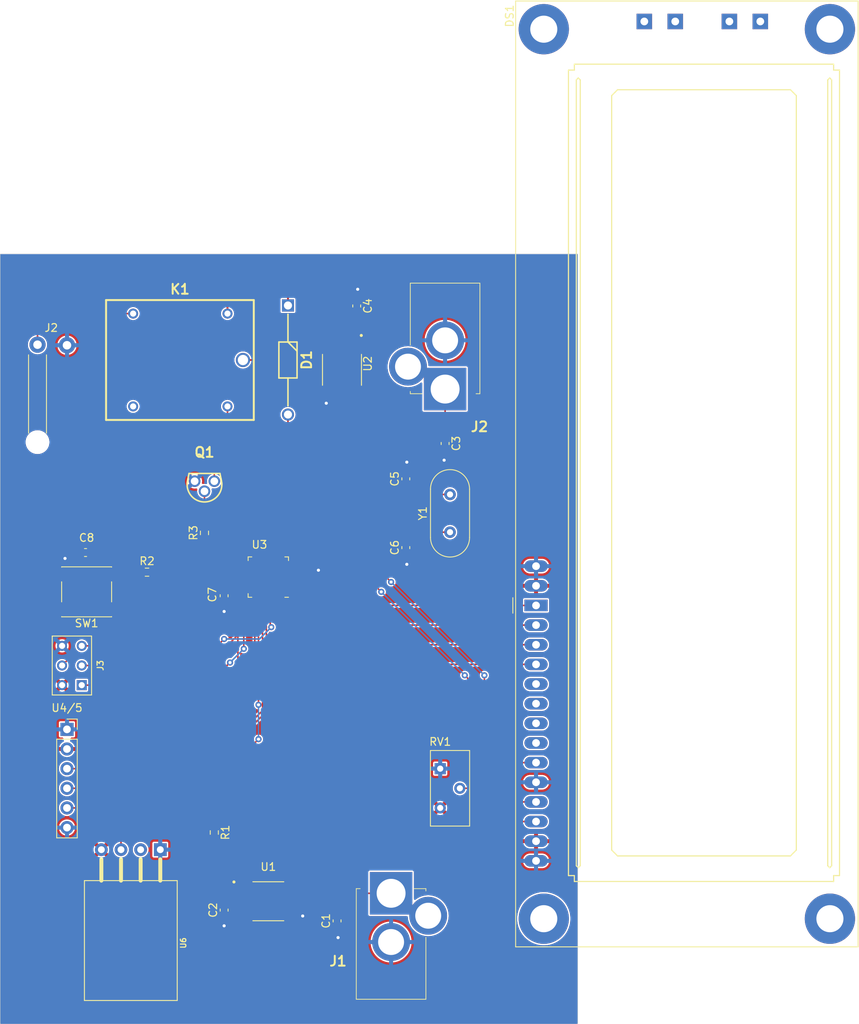
<source format=kicad_pcb>
(kicad_pcb (version 20211014) (generator pcbnew)
  (title_block (title "Auto Plant Feeder") (company "Anastasia Grosch, Ruth Lazare, Demi Muyuela"))
  (layers (0 "F.Cu" signal) (31 "B.Cu" signal) (34 "B.Paste" user) (35 "F.Paste" user) (36 "B.SilkS" user "B.Silkscreen") (37 "F.SilkS" user "F.Silkscreen") (38 "B.Mask" user) (39 "F.Mask" user) (44 "Edge.Cuts" user))
  (net 0 "")
  (net 1 "GND")
  (net 2 "+5V1")
  (footprint "Package_DFN_QFN:QFN-32-1EP_5x5mm_P0.5mm_EP3.1x3.1mm" (layer "F.Cu") (at 147.955 94.615 180)
    (fp_text reference "U3" (at 1.143 4.191) (layer "F.SilkS"))
    (fp_text value "QFN-32-1EP_5x5mm_P0.5mm_EP3.1x3.1mm" hide)
    (fp_line (start 2.61 2.61) (end 2.61 2.135) (layer "F.SilkS") (width 0.12))
    (fp_line (start -2.135 -2.61) (end -2.61 -2.61) (layer "F.SilkS") (width 0.12))
    (fp_line (start -2.135 2.61) (end -2.61 2.61) (layer "F.SilkS") (width 0.12))
    (fp_line (start -2.61 2.61) (end -2.61 2.135) (layer "F.SilkS") (width 0.12))
    (fp_line (start 2.135 -2.61) (end 2.61 -2.61) (layer "F.SilkS") (width 0.12))
    (fp_line (start 2.61 -2.61) (end 2.61 -2.135) (layer "F.SilkS") (width 0.12))
    (fp_line (start 2.135 2.61) (end 2.61 2.61) (layer "F.SilkS") (width 0.12))
    (pad "1" smd roundrect (at -2.4375 -1.75 180) (size 0.875 0.25) (layers "F.Cu" "F.Paste" "F.Mask"))
    (pad "2" smd roundrect (at -2.4375 -1.25 180) (size 0.875 0.25) (layers "F.Cu" "F.Paste" "F.Mask"))
    (pad "3" smd roundrect (at -2.4375 -0.75 180) (size 0.875 0.25) (layers "F.Cu" "F.Paste" "F.Mask"))
    (pad "4" smd roundrect (at -2.4375 -0.25 180) (size 0.875 0.25) (layers "F.Cu" "F.Paste" "F.Mask") (net 2 "+5V1"))
    (pad "5" smd roundrect (at -2.4375 0.25 180) (size 0.875 0.25) (layers "F.Cu" "F.Paste" "F.Mask") (net 1 "GND"))
    (pad "6" smd roundrect (at -2.4375 0.75 180) (size 0.875 0.25) (layers "F.Cu" "F.Paste" "F.Mask"))
    (pad "7" smd roundrect (at -2.4375 1.25 180) (size 0.875 0.25) (layers "F.Cu" "F.Paste" "F.Mask"))
    (pad "8" smd roundrect (at -2.4375 1.75 180) (size 0.875 0.25) (layers "F.Cu" "F.Paste" "F.Mask"))
    (pad "9" smd roundrect (at -1.75 2.4375 180) (size 0.25 0.875) (layers "F.Cu" "F.Paste" "F.Mask"))
    (pad "10" smd roundrect (at -1.25 2.4375 180) (size 0.25 0.875) (layers "F.Cu" "F.Paste" "F.Mask"))
    (pad "11" smd roundrect (at -0.75 2.4375 180) (size 0.25 0.875) (layers "F.Cu" "F.Paste" "F.Mask"))
    (pad "12" smd roundrect (at -0.25 2.4375 180) (size 0.25 0.875) (layers "F.Cu" "F.Paste" "F.Mask"))
    (pad "13" smd roundrect (at 0.25 2.4375 180) (size 0.25 0.875) (layers "F.Cu" "F.Paste" "F.Mask"))
    (pad "14" smd roundrect (at 0.75 2.4375 180) (size 0.25 0.875) (layers "F.Cu" "F.Paste" "F.Mask"))
    (pad "15" smd roundrect (at 1.25 2.4375 180) (size 0.25 0.875) (layers "F.Cu" "F.Paste" "F.Mask"))
    (pad "16" smd roundrect (at 1.75 2.4375 180) (size 0.25 0.875) (layers "F.Cu" "F.Paste" "F.Mask"))
    (pad "17" smd roundrect (at 2.4375 1.75 180) (size 0.875 0.25) (layers "F.Cu" "F.Paste" "F.Mask"))
    (pad "18" smd roundrect (at 2.4375 1.25 180) (size 0.875 0.25) (layers "F.Cu" "F.Paste" "F.Mask") (net 2 "+5V1"))
    (pad "19" smd roundrect (at 2.4375 0.75 180) (size 0.875 0.25) (layers "F.Cu" "F.Paste" "F.Mask"))
    (pad "20" smd roundrect (at 2.4375 0.25 180) (size 0.875 0.25) (layers "F.Cu" "F.Paste" "F.Mask") (net 2 "+5V1"))
    (pad "21" smd roundrect (at 2.4375 -0.25 180) (size 0.875 0.25) (layers "F.Cu" "F.Paste" "F.Mask"))
    (pad "22" smd roundrect (at 2.4375 -0.75 180) (size 0.875 0.25) (layers "F.Cu" "F.Paste" "F.Mask"))
    (pad "23" smd roundrect (at 2.4375 -1.25 180) (size 0.875 0.25) (layers "F.Cu" "F.Paste" "F.Mask"))
    (pad "24" smd roundrect (at 2.4375 -1.75 180) (size 0.875 0.25) (layers "F.Cu" "F.Paste" "F.Mask"))
    (pad "25" smd roundrect (at 1.75 -2.4375 180) (size 0.25 0.875) (layers "F.Cu" "F.Paste" "F.Mask"))
    (pad "26" smd roundrect (at 1.25 -2.4375 180) (size 0.25 0.875) (layers "F.Cu" "F.Paste" "F.Mask"))
    (pad "27" smd roundrect (at 0.75 -2.4375 180) (size 0.25 0.875) (layers "F.Cu" "F.Paste" "F.Mask"))
    (pad "28" smd roundrect (at 0.25 -2.4375 180) (size 0.25 0.875) (layers "F.Cu" "F.Paste" "F.Mask"))
    (pad "29" smd roundrect (at -0.25 -2.4375 180) (size 0.25 0.875) (layers "F.Cu" "F.Paste" "F.Mask"))
    (pad "30" smd roundrect (at -0.75 -2.4375 180) (size 0.25 0.875) (layers "F.Cu" "F.Paste" "F.Mask"))
    (pad "31" smd roundrect (at -1.25 -2.4375 180) (size 0.25 0.875) (layers "F.Cu" "F.Paste" "F.Mask"))
    (pad "32" smd roundrect (at -1.75 -2.4375 180) (size 0.25 0.875) (layers "F.Cu" "F.Paste" "F.Mask"))
    (pad "33" smd rect (at 0 0 180) (size 3.1 3.1) (layers "F.Cu" "F.Mask"))
  )
  (footprint "HSOP-8A:SOIC127P600X175-8N" (layer "F.Cu") (at 157.48 67.818 -90)
    (fp_text reference "U2" (at -0.795 -3.332 90) (layer "F.SilkS"))
    (fp_text value "SOIC127P600X175-8N" hide)
    (fp_line (start -2 2.52) (end 2 2.52) (layer "F.SilkS") (width 0.127))
    (fp_line (start -2 -2.52) (end 2 -2.52) (layer "F.SilkS") (width 0.127))
    (fp_circle (center -4.445 -2.495) (end -4.345 -2.495) (layer "F.SilkS") (width 0.2) (fill none))
    (pad "1" smd roundrect locked (at -2.475 -1.905 270) (size 1.97 0.59) (layers "F.Cu" "F.Paste" "F.Mask") (roundrect_rratio 0.07))
    (pad "2" smd roundrect locked (at -2.475 -0.635 270) (size 1.97 0.59) (layers "F.Cu" "F.Paste" "F.Mask") (roundrect_rratio 0.07))
    (pad "3" smd roundrect locked (at -2.475 0.635 270) (size 1.97 0.59) (layers "F.Cu" "F.Paste" "F.Mask") (roundrect_rratio 0.07))
    (pad "4" smd roundrect locked (at -2.475 1.905 270) (size 1.97 0.59) (layers "F.Cu" "F.Paste" "F.Mask") (roundrect_rratio 0.07))
    (pad "5" smd roundrect locked (at 2.475 1.905 270) (size 1.97 0.59) (layers "F.Cu" "F.Paste" "F.Mask") (roundrect_rratio 0.07) (net 1 "GND"))
    (pad "6" smd roundrect locked (at 2.475 0.635 270) (size 1.97 0.59) (layers "F.Cu" "F.Paste" "F.Mask") (roundrect_rratio 0.07))
    (pad "7" smd roundrect locked (at 2.475 -0.635 270) (size 1.97 0.59) (layers "F.Cu" "F.Paste" "F.Mask") (roundrect_rratio 0.07))
    (pad "8" smd roundrect locked (at 2.475 -1.905 270) (size 1.97 0.59) (layers "F.Cu" "F.Paste" "F.Mask") (roundrect_rratio 0.07))
  )
  (footprint "Display:LCD-016N002L" (layer "F.Cu") (at 182.5725 62.72 90)
    (fp_text reference "DS1" (at 40.65 -3.41 90) (layer "F.SilkS"))
    (fp_text value "LCD-016N002L" hide)
    (fp_line (start 33.655 4.191) (end 33.655 4.953) (layer "F.SilkS") (width 0.15))
    (fp_line (start -79.7 -2.64) (end 42.58 -2.64) (layer "F.SilkS") (width 0.12))
    (fp_line (start -69.215 38.227) (end -69.469 37.973) (layer "F.SilkS") (width 0.15))
    (fp_line (start 34.417 4.953) (end 34.417 38.481) (layer "F.SilkS") (width 0.15))
    (fp_line (start -67.183 33.655) (end 30.353 33.655) (layer "F.SilkS") (width 0.15))
    (fp_line (start 32.385 38.227) (end -69.215 38.227) (layer "F.SilkS") (width 0.15))
    (fp_line (start 30.353 33.655) (end 31.115 32.893) (layer "F.SilkS") (width 0.15))
    (fp_line (start -69.215 37.719) (end 32.385 37.719) (layer "F.SilkS") (width 0.15))
    (fp_line (start -67.183 9.779) (end -67.945 10.541) (layer "F.SilkS") (width 0.15))
    (fp_line (start 32.639 37.973) (end 32.385 38.227) (layer "F.SilkS") (width 0.15))
    (fp_line (start -69.469 37.973) (end -69.215 37.719) (layer "F.SilkS") (width 0.15))
    (fp_line (start 32.385 37.719) (end 32.639 37.973) (layer "F.SilkS") (width 0.15))
    (fp_line (start -79.7 -2.64) (end -79.7 41.64) (layer "F.SilkS") (width 0.12))
    (fp_line (start -71.247 38.481) (end -70.485 38.481) (layer "F.SilkS") (width 0.15))
    (fp_line (start -70.485 4.953) (end -71.247 4.953) (layer "F.SilkS") (width 0.15))
    (fp_line (start 42.58 41.64) (end -79.7 41.64) (layer "F.SilkS") (width 0.12))
    (fp_line (start -67.945 10.541) (end -67.945 32.893) (layer "F.SilkS") (width 0.15))
    (fp_line (start 33.655 39.243) (end 33.655 38.481) (layer "F.SilkS") (width 0.15))
    (fp_line (start -70.485 4.191) (end -70.485 4.953) (layer "F.SilkS") (width 0.15))
    (fp_line (start -70.485 4.191) (end 33.655 4.191) (layer "F.SilkS") (width 0.15))
    (fp_line (start -69.215 5.207) (end 32.385 5.207) (layer "F.SilkS") (width 0.15))
    (fp_line (start 31.115 10.541) (end 30.353 9.779) (layer "F.SilkS") (width 0.15))
    (fp_line (start 32.385 5.207) (end 32.639 5.461) (layer "F.SilkS") (width 0.15))
    (fp_line (start 33.655 39.243) (end -70.485 39.243) (layer "F.SilkS") (width 0.15))
    (fp_line (start 33.655 38.481) (end 34.417 38.481) (layer "F.SilkS") (width 0.15))
    (fp_line (start 42.58 -2.64) (end 42.58 41.64) (layer "F.SilkS") (width 0.12))
    (fp_line (start 30.353 9.779) (end -67.183 9.779) (layer "F.SilkS") (width 0.15))
    (fp_line (start -67.945 32.893) (end -67.183 33.655) (layer "F.SilkS") (width 0.15))
    (fp_line (start -69.215 5.207) (end -69.469 5.461) (layer "F.SilkS") (width 0.15))
    (fp_line (start -71.247 38.481) (end -71.247 4.953) (layer "F.SilkS") (width 0.15))
    (fp_line (start 33.655 4.953) (end 34.417 4.953) (layer "F.SilkS") (width 0.15))
    (fp_line (start 31.115 32.893) (end 31.115 10.541) (layer "F.SilkS") (width 0.15))
    (fp_line (start 32.639 5.461) (end 32.385 5.715) (layer "F.SilkS") (width 0.15))
    (fp_line (start -70.485 38.481) (end -70.485 39.243) (layer "F.SilkS") (width 0.15))
    (fp_line (start 32.385 5.715) (end -69.215 5.715) (layer "F.SilkS") (width 0.15))
    (fp_line (start -69.469 5.461) (end -69.215 5.715) (layer "F.SilkS") (width 0.15))
    (fp_line (start -34.56 -3) (end -36.56 -3) (layer "F.SilkS") (width 0.12))
    (pad "" thru_hole circle (at -76.06 38 270) (size 6.5 6.5) (drill 3.5) (layers *.Cu *.Mask))
    (pad "" thru_hole circle (at 38.94 38 270) (size 6.5 6.5) (drill 3.5) (layers *.Cu *.Mask))
    (pad "" thru_hole circle (at 38.94 1 270) (size 6.5 6.5) (drill 3.5) (layers *.Cu *.Mask))
    (pad "" thru_hole circle (at -76.06 1 270) (size 6.5 6.5) (drill 3.5) (layers *.Cu *.Mask))
    (pad "1" thru_hole rect (at -35.56 0 270) (size 1.5 3) (drill 1) (layers *.Cu *.Mask))
    (pad "2" thru_hole oval (at -38.1 0 270) (size 1.5 3) (drill 1) (layers *.Cu *.Mask))
    (pad "3" thru_hole oval (at -40.64 0 270) (size 1.5 3) (drill 1) (layers *.Cu *.Mask))
    (pad "4" thru_hole oval (at -43.18 0 270) (size 1.5 3) (drill 1) (layers *.Cu *.Mask))
    (pad "5" thru_hole oval (at -45.72 0 270) (size 1.5 3) (drill 1) (layers *.Cu *.Mask))
    (pad "6" thru_hole oval (at -48.26 0 270) (size 1.5 3) (drill 1) (layers *.Cu *.Mask))
    (pad "7" thru_hole oval (at -50.8 0 270) (size 1.5 3) (drill 1) (layers *.Cu *.Mask))
    (pad "8" thru_hole oval (at -53.34 0 270) (size 1.5 3) (drill 1) (layers *.Cu *.Mask))
    (pad "9" thru_hole oval (at -55.88 0 270) (size 1.5 3) (drill 1) (layers *.Cu *.Mask))
    (pad "10" thru_hole oval (at -58.42 0 270) (size 1.5 3) (drill 1) (layers *.Cu *.Mask) (net 1 "GND"))
    (pad "11" thru_hole oval (at -60.96 0 270) (size 1.5 3) (drill 1) (layers *.Cu *.Mask))
    (pad "12" thru_hole oval (at -63.5 0 270) (size 1.5 3) (drill 1) (layers *.Cu *.Mask))
    (pad "13" thru_hole oval (at -66.04 0 270) (size 1.5 3) (drill 1) (layers *.Cu *.Mask) (net 2 "+5V1"))
    (pad "14" thru_hole oval (at -68.58 0 270) (size 1.5 3) (drill 1) (layers *.Cu *.Mask) (net 1 "GND"))
    (pad "15" thru_hole oval (at -33.02 0 270) (size 1.5 3) (drill 1) (layers *.Cu *.Mask) (net 2 "+5V1"))
    (pad "16" thru_hole oval (at -30.48 0 270) (size 1.5 3) (drill 1) (layers *.Cu *.Mask) (net 1 "GND"))
    (pad "A1" thru_hole rect (at 39.94 14 270) (size 2 2) (drill 1) (layers *.Cu *.Mask))
    (pad "A2" thru_hole rect (at 39.94 25 270) (size 2 2) (drill 1) (layers *.Cu *.Mask))
    (pad "K1" thru_hole rect (at 39.94 18 270) (size 2 2) (drill 1) (layers *.Cu *.Mask))
    (pad "K2" thru_hole rect (at 39.94 29 270) (size 2 2) (drill 1) (layers *.Cu *.Mask))
  )
  (footprint "DCJ250-10-A-K1-K:DCJ25010AK1K" (layer "F.Cu") (at 163.83 135.495)
    (fp_text reference "J1" (at -6.858 8.777) (layer "F.SilkS") (effects (font (size 1.27 1.27) (thickness 0.254))))
    (fp_text value "DCJ25010AK1K" hide)
    (fp_line (start 3 -0.6) (end 4.5 -0.6) (layer "F.SilkS") (width 0.1))
    (fp_line (start 4.5 -0.6) (end 4.5 -0.3) (layer "F.SilkS") (width 0.1))
    (fp_line (start -4 -0.6) (end -4.5 -0.6) (layer "F.SilkS") (width 0.1))
    (fp_line (start -4.5 -0.6) (end -4.5 13.7) (layer "F.SilkS") (width 0.1))
    (fp_line (start -4.5 13.7) (end 4.5 13.7) (layer "F.SilkS") (width 0.1))
    (fp_line (start 4.5 13.7) (end 4.5 5.7) (layer "F.SilkS") (width 0.1))
    (pad "1" thru_hole rect locked (at 0 0) (size 5.5 5.5) (drill 3.7363) (layers *.Cu *.Mask))
    (pad "2" thru_hole oval locked (at 0 6.3) (size 4.9 4.9) (drill 3.3526) (layers *.Cu *.Mask) (net 1 "GND"))
    (pad "3" thru_hole circle locked (at 4.8 2.9) (size 4.9 4.9) (drill 3.3526) (layers *.Cu *.Mask))
  )
  (footprint "AVR-ISP:AVR-ISP" (layer "F.Cu") (at 122.555 106.045 90)
    (fp_text reference "J3" (at 0 3.683 90) (layer "F.SilkS") (effects (font (size 0.787402 0.787402))))
    (fp_text value "AVR-ISP" hide)
    (fp_line (start 3.81 2.54) (end -3.81 2.54) (layer "F.SilkS") (width 0.127))
    (fp_line (start -3.81 -2.54) (end 3.81 -2.54) (layer "F.SilkS") (width 0.127))
    (fp_line (start -3.81 2.54) (end -3.81 -2.54) (layer "F.SilkS") (width 0.127))
    (fp_line (start 3.81 -2.54) (end 3.81 2.54) (layer "F.SilkS") (width 0.127))
    (pad "GND" thru_hole circle locked (at 2.54 -1.27 90) (size 1.308 1.308) (drill 0.8) (layers *.Cu *.Mask) (net 1 "GND"))
    (pad "MISO" thru_hole rect locked (at -2.54 1.27 90) (size 1.308 1.308) (drill 0.8) (layers *.Cu *.Mask))
    (pad "MOSI" thru_hole circle locked (at 0 -1.27 90) (size 1.308 1.308) (drill 0.8) (layers *.Cu *.Mask))
    (pad "RST" thru_hole circle locked (at 2.54 1.27 90) (size 1.308 1.308) (drill 0.8) (layers *.Cu *.Mask))
    (pad "SCK" thru_hole circle locked (at 0 1.27 90) (size 1.308 1.308) (drill 0.8) (layers *.Cu *.Mask))
    (pad "VCC" thru_hole circle locked (at -2.54 -1.27 90) (size 1.308 1.308) (drill 0.8) (layers *.Cu *.Mask) (net 2 "+5V1"))
  )
  (footprint "Capacitor_SMD:C_0603_1608Metric" (layer "F.Cu") (at 124.32 91.44)
    (fp_text reference "C8" (at 0.14 -1.905) (layer "F.SilkS"))
    (fp_text value "C_0603_1608Metric" hide)
    (fp_line (start -0.14058 0.51) (end 0.14058 0.51) (layer "F.SilkS") (width 0.12))
    (fp_line (start -0.14058 -0.51) (end 0.14058 -0.51) (layer "F.SilkS") (width 0.12))
    (pad "1" smd roundrect (at -0.775 0) (size 0.9 0.95) (layers "F.Cu" "F.Paste" "F.Mask") (net 1 "GND"))
    (pad "2" smd roundrect (at 0.775 0) (size 0.9 0.95) (layers "F.Cu" "F.Paste" "F.Mask"))
  )
  (footprint "SRD-05VDC-SL-C:SRD" (layer "F.Cu") (at 144.675 66.548 180)
    (fp_text reference "K1" (at 8.15 9.144) (layer "F.SilkS") (effects (font (size 1.27 1.27) (thickness 0.254))))
    (fp_text value "SRD" hide)
    (fp_line (start 17.7 -7.75) (end 17.7 7.75) (layer "F.SilkS") (width 0.254))
    (fp_line (start -1.4 7.75) (end -1.4 -7.75) (layer "F.SilkS") (width 0.254))
    (fp_line (start -1.4 -7.75) (end 17.7 -7.75) (layer "F.SilkS") (width 0.254))
    (fp_line (start 17.7 7.75) (end -1.4 7.75) (layer "F.SilkS") (width 0.254))
    (pad "1" thru_hole circle locked (at 0 0 180) (size 1.84 1.84) (drill 1.34) (layers *.Cu *.Mask))
    (pad "2" thru_hole circle locked (at 2 -6 180) (size 1.3 1.3) (drill 0.8) (layers *.Cu *.Mask))
    (pad "3" thru_hole circle locked (at 2 6 180) (size 1.3 1.3) (drill 0.8) (layers *.Cu *.Mask))
    (pad "4" thru_hole circle locked (at 14.2 -6 180) (size 1.3 1.3) (drill 0.8) (layers *.Cu *.Mask))
    (pad "5" thru_hole circle locked (at 14.2 6 180) (size 1.3 1.3) (drill 0.8) (layers *.Cu *.Mask))
  )
  (footprint "Capacitor_SMD:C_0603_1608Metric" (layer "F.Cu") (at 142.24 137.668 90)
    (fp_text reference "C2" (at 0 -1.43 90) (layer "F.SilkS"))
    (fp_text value "C_0603_1608Metric" hide)
    (fp_line (start -0.14058 -0.51) (end 0.14058 -0.51) (layer "F.SilkS") (width 0.12))
    (fp_line (start -0.14058 0.51) (end 0.14058 0.51) (layer "F.SilkS") (width 0.12))
    (pad "1" smd roundrect (at -0.775 0 90) (size 0.9 0.95) (layers "F.Cu" "F.Paste" "F.Mask") (net 1 "GND"))
    (pad "2" smd roundrect (at 0.775 0 90) (size 0.9 0.95) (layers "F.Cu" "F.Paste" "F.Mask") (net 2 "+5V1"))
  )
  (footprint "2N3904BU:LM431ACZ" (layer "F.Cu") (at 140.97 82.216 180)
    (fp_text reference "Q1" (at 1.27 3.73) (layer "F.SilkS") (effects (font (size 1.27 1.27) (thickness 0.254))))
    (fp_text value "LM431ACZ" hide)
    (fp_line (start -0.93 0) (end -0.93 0) (layer "F.SilkS") (width 0.2))
    (fp_line (start -0.73 1) (end -0.93 0) (layer "F.SilkS") (width 0.2))
    (fp_line (start 3.47 0) (end 3.27 1) (layer "F.SilkS") (width 0.2))
    (fp_line (start 3.27 1) (end -0.73 1) (layer "F.SilkS") (width 0.2))
    (fp_arc (start -0.93 0) (mid 1.269611 -2.683569) (end 3.470152 -0.000763) (layer "F.SilkS") (width 0.2))
    (pad "1" thru_hole circle locked (at 0 0 180) (size 1.5 1.5) (drill 1) (layers *.Cu *.Mask))
    (pad "2" thru_hole circle locked (at 1.27 -1.3 180) (size 1.5 1.5) (drill 1) (layers *.Cu *.Mask))
    (pad "3" thru_hole circle locked (at 2.54 0 180) (size 1.5 1.5) (drill 1) (layers *.Cu *.Mask) (net 1 "GND"))
  )
  (footprint "Capacitor_SMD:C_0603_1608Metric" (layer "F.Cu") (at 170.815 77.343 -90)
    (fp_text reference "C3" (at 0 -1.43 90) (layer "F.SilkS"))
    (fp_text value "C_0603_1608Metric" hide)
    (fp_line (start -0.14058 0.51) (end 0.14058 0.51) (layer "F.SilkS") (width 0.12))
    (fp_line (start -0.14058 -0.51) (end 0.14058 -0.51) (layer "F.SilkS") (width 0.12))
    (pad "1" smd roundrect (at -0.775 0 270) (size 0.9 0.95) (layers "F.Cu" "F.Paste" "F.Mask"))
    (pad "2" smd roundrect (at 0.775 0 270) (size 0.9 0.95) (layers "F.Cu" "F.Paste" "F.Mask") (net 1 "GND"))
  )
  (footprint "Crystal:Crystal_HC49-U_Vertical" (layer "F.Cu") (at 171.45 88.81 90)
    (fp_text reference "Y1" (at 2.44 -3.525 90) (layer "F.SilkS"))
    (fp_text value "Crystal_HC49-U_Vertical" hide)
    (fp_line (start -0.685 -2.525) (end 5.565 -2.525) (layer "F.SilkS") (width 0.12))
    (fp_line (start -0.685 2.525) (end 5.565 2.525) (layer "F.SilkS") (width 0.12))
    (fp_arc (start -0.685 2.525) (mid -3.21 0) (end -0.685 -2.525) (layer "F.SilkS") (width 0.12))
    (fp_arc (start 5.565 -2.525) (mid 8.09 0) (end 5.565 2.525) (layer "F.SilkS") (width 0.12))
    (pad "1" thru_hole circle (at 0 0 90) (size 1.5 1.5) (drill 0.8) (layers *.Cu *.Mask))
    (pad "2" thru_hole circle (at 4.88 0 90) (size 1.5 1.5) (drill 0.8) (layers *.Cu *.Mask))
  )
  (footprint "Connector_PinSocket_2.54mm:PinSocket_1x06_P2.54mm_Vertical" (layer "F.Cu") (at 121.92 114.3)
    (fp_text reference "U4/5" (at 0 -2.77) (layer "F.SilkS"))
    (fp_text value "PinSocket_1x06_P2.54mm_Vertical" hide)
    (fp_line (start -1.33 1.27) (end -1.33 14.03) (layer "F.SilkS") (width 0.12))
    (fp_line (start 1.33 -1.33) (end 1.33 0) (layer "F.SilkS") (width 0.12))
    (fp_line (start -1.33 1.27) (end 1.33 1.27) (layer "F.SilkS") (width 0.12))
    (fp_line (start 0 -1.33) (end 1.33 -1.33) (layer "F.SilkS") (width 0.12))
    (fp_line (start -1.33 14.03) (end 1.33 14.03) (layer "F.SilkS") (width 0.12))
    (fp_line (start 1.33 1.27) (end 1.33 14.03) (layer "F.SilkS") (width 0.12))
    (pad "1" thru_hole rect (at 0 0) (size 1.7 1.7) (drill 1) (layers *.Cu *.Mask) (net 1 "GND"))
    (pad "2" thru_hole oval (at 0 2.54) (size 1.7 1.7) (drill 1) (layers *.Cu *.Mask) (net 2 "+5V1"))
    (pad "3" thru_hole oval (at 0 5.08) (size 1.7 1.7) (drill 1) (layers *.Cu *.Mask))
    (pad "4" thru_hole oval (at 0 7.62) (size 1.7 1.7) (drill 1) (layers *.Cu *.Mask))
    (pad "5" thru_hole oval (at 0 10.16) (size 1.7 1.7) (drill 1) (layers *.Cu *.Mask))
    (pad "6" thru_hole oval (at 0 12.7) (size 1.7 1.7) (drill 1) (layers *.Cu *.Mask) (net 1 "GND"))
  )
  (footprint "Resistor_SMD:R_0603_1608Metric" (layer "F.Cu") (at 139.7 88.9 90)
    (fp_text reference "R3" (at 0 -1.43 90) (layer "F.SilkS"))
    (fp_text value "R_0603_1608Metric" hide)
    (fp_line (start -0.237258 0.5225) (end 0.237258 0.5225) (layer "F.SilkS") (width 0.12))
    (fp_line (start -0.237258 -0.5225) (end 0.237258 -0.5225) (layer "F.SilkS") (width 0.12))
    (pad "1" smd roundrect (at -0.825 0 90) (size 0.8 0.95) (layers "F.Cu" "F.Paste" "F.Mask"))
    (pad "2" smd roundrect (at 0.825 0 90) (size 0.8 0.95) (layers "F.Cu" "F.Paste" "F.Mask"))
  )
  (footprint "Resistor_SMD:R_0603_1608Metric" (layer "F.Cu") (at 132.27 93.98)
    (fp_text reference "R2" (at 0 -1.43) (layer "F.SilkS"))
    (fp_text value "R_0603_1608Metric" hide)
    (fp_line (start -0.237258 0.5225) (end 0.237258 0.5225) (layer "F.SilkS") (width 0.12))
    (fp_line (start -0.237258 -0.5225) (end 0.237258 -0.5225) (layer "F.SilkS") (width 0.12))
    (pad "1" smd roundrect (at -0.825 0) (size 0.8 0.95) (layers "F.Cu" "F.Paste" "F.Mask"))
    (pad "2" smd roundrect (at 0.825 0) (size 0.8 0.95) (layers "F.Cu" "F.Paste" "F.Mask"))
  )
  (footprint "Capacitor_SMD:C_0603_1608Metric" (layer "F.Cu") (at 165.735 90.805 90)
    (fp_text reference "C6" (at 0 -1.43 90) (layer "F.SilkS"))
    (fp_text value "C_0603_1608Metric" hide)
    (fp_line (start -0.14058 0.51) (end 0.14058 0.51) (layer "F.SilkS") (width 0.12))
    (fp_line (start -0.14058 -0.51) (end 0.14058 -0.51) (layer "F.SilkS") (width 0.12))
    (pad "1" smd roundrect (at -0.775 0 90) (size 0.9 0.95) (layers "F.Cu" "F.Paste" "F.Mask") (net 1 "GND"))
    (pad "2" smd roundrect (at 0.775 0 90) (size 0.9 0.95) (layers "F.Cu" "F.Paste" "F.Mask"))
  )
  (footprint "1N4007:DIOAD1405W86L465D235" (layer "F.Cu") (at 150.495 59.4985 -90)
    (fp_text reference "D1" (at 7.0495 -2.413 90) (layer "F.SilkS") (effects (font (size 1.27 1.27) (thickness 0.254))))
    (fp_text value "DIOAD1405W86L465D235" hide)
    (fp_line (start 9.375 1.175) (end 4.725 1.175) (layer "F.SilkS") (width 0.2))
    (fp_line (start 4.725 1.175) (end 4.725 -1.175) (layer "F.SilkS") (width 0.2))
    (fp_line (start 4.725 0) (end 5.9 -1.175) (layer "F.SilkS") (width 0.2))
    (fp_line (start 4.725 -1.175) (end 9.375 -1.175) (layer "F.SilkS") (width 0.2))
    (fp_line (start 9.375 -1.175) (end 9.375 1.175) (layer "F.SilkS") (width 0.2))
    (fp_line (start 9.375 0) (end 12.962 0) (layer "F.SilkS") (width 0.2))
    (fp_line (start 1.138 0) (end 4.725 0) (layer "F.SilkS") (width 0.2))
    (pad "1" thru_hole rect locked (at 0 0 270) (size 1.575 1.575) (drill 1.05) (layers *.Cu *.Mask))
    (pad "2" thru_hole circle locked (at 14.1 0 270) (size 1.575 1.575) (drill 1.05) (layers *.Cu *.Mask))
  )
  (footprint "Capacitor_SMD:C_0603_1608Metric" (layer "F.Cu") (at 165.735 81.915 90)
    (fp_text reference "C5" (at 0 -1.43 90) (layer "F.SilkS"))
    (fp_text value "C_0603_1608Metric" hide)
    (fp_line (start -0.14058 0.51) (end 0.14058 0.51) (layer "F.SilkS") (width 0.12))
    (fp_line (start -0.14058 -0.51) (end 0.14058 -0.51) (layer "F.SilkS") (width 0.12))
    (pad "1" smd roundrect (at -0.775 0 90) (size 0.9 0.95) (layers "F.Cu" "F.Paste" "F.Mask"))
    (pad "2" smd roundrect (at 0.775 0 90) (size 0.9 0.95) (layers "F.Cu" "F.Paste" "F.Mask") (net 1 "GND"))
  )
  (footprint "Connector_Wire:SolderWire-0.5sqmm_1x01_D0.9mm_OD2.1mm" (layer "F.Cu") (at 121.92 64.643)
    (fp_text reference "J2" (at -2.032 -2.25) (layer "F.SilkS"))
    (fp_text value "SolderWire-0.5sqmm_1x01_D0.9mm_OD2.1mm" hide)
    (pad "1" thru_hole oval (at 0 0) (size 2.1 2.1) (drill 1.1) (layers *.Cu *.Mask) (net 1 "GND"))
  )
  (footprint "Capacitor_SMD:C_0603_1608Metric" (layer "F.Cu") (at 156.845 139.065 90)
    (fp_text reference "C1" (at 0 -1.43 90) (layer "F.SilkS"))
    (fp_text value "C_0603_1608Metric" hide)
    (fp_line (start -0.14058 -0.51) (end 0.14058 -0.51) (layer "F.SilkS") (width 0.12))
    (fp_line (start -0.14058 0.51) (end 0.14058 0.51) (layer "F.SilkS") (width 0.12))
    (pad "1" smd roundrect (at -0.775 0 90) (size 0.9 0.95) (layers "F.Cu" "F.Paste" "F.Mask") (net 1 "GND"))
    (pad "2" smd roundrect (at 0.775 0 90) (size 0.9 0.95) (layers "F.Cu" "F.Paste" "F.Mask"))
  )
  (footprint "Connector_Wire:SolderWire-0.5sqmm_1x01_D0.9mm_OD2.1mm_Relief" (layer "F.Cu") (at 118.11 64.568)
    (fp_text reference "J2" hide)
    (fp_text value "SolderWire-0.5sqmm_1x01_D0.9mm_OD2.1mm_Relief" hide)
    (fp_line (start 1.16 1.31) (end 1.16 11.44) (layer "F.SilkS") (width 0.12))
    (fp_line (start -1.16 1.31) (end -1.16 11.44) (layer "F.SilkS") (width 0.12))
    (pad "" np_thru_hole circle (at 0 12.6) (size 2.6 2.6) (drill 2.6) (layers *.Cu *.Mask))
    (pad "1" thru_hole circle (at 0 0) (size 2.1 2.1) (drill 1.1) (layers *.Cu *.Mask))
  )
  (footprint "DCJ250-10-A-K1-K:DCJ25010AK1K" (layer "F.Cu") (at 170.815 70.308 180)
    (fp_text reference "J2" (at -4.445 -4.876) (layer "F.SilkS") (effects (font (size 1.27 1.27) (thickness 0.254))))
    (fp_text value "DCJ25010AK1K" hide)
    (fp_line (start -4 -0.6) (end -4.5 -0.6) (layer "F.SilkS") (width 0.1))
    (fp_line (start 4.5 -0.6) (end 4.5 -0.3) (layer "F.SilkS") (width 0.1))
    (fp_line (start 4.5 13.7) (end 4.5 5.7) (layer "F.SilkS") (width 0.1))
    (fp_line (start -4.5 13.7) (end 4.5 13.7) (layer "F.SilkS") (width 0.1))
    (fp_line (start 3 -0.6) (end 4.5 -0.6) (layer "F.SilkS") (width 0.1))
    (fp_line (start -4.5 -0.6) (end -4.5 13.7) (layer "F.SilkS") (width 0.1))
    (pad "1" thru_hole rect locked (at 0 0 180) (size 5.5 5.5) (drill 3.7363) (layers *.Cu *.Mask))
    (pad "2" thru_hole oval locked (at 0 6.3 180) (size 4.9 4.9) (drill 3.3526) (layers *.Cu *.Mask) (net 1 "GND"))
    (pad "3" thru_hole circle locked (at 4.8 2.9 180) (size 4.9 4.9) (drill 3.3526) (layers *.Cu *.Mask))
  )
  (footprint "Button_Switch_SMD:SW_Push_1P1T_NO_6x6mm_H9.5mm" (layer "F.Cu") (at 124.46 96.52)
    (fp_text reference "SW1" (at 0 4.064) (layer "F.SilkS"))
    (fp_text value "SW_Push_1P1T_NO_6x6mm_H9.5mm" hide)
    (fp_line (start 3.23 -1.3) (end 3.23 1.3) (layer "F.SilkS") (width 0.12))
    (fp_line (start -3.23 -3.23) (end 3.23 -3.23) (layer "F.SilkS") (width 0.12))
    (fp_line (start -3.23 3.23) (end -3.23 3.2) (layer "F.SilkS") (width 0.12))
    (fp_line (start 3.23 -3.23) (end 3.23 -3.2) (layer "F.SilkS") (width 0.12))
    (fp_line (start -3.23 3.23) (end 3.23 3.23) (layer "F.SilkS") (width 0.12))
    (fp_line (start -3.23 -1.3) (end -3.23 1.3) (layer "F.SilkS") (width 0.12))
    (fp_line (start 3.23 3.23) (end 3.23 3.2) (layer "F.SilkS") (width 0.12))
    (fp_line (start -3.23 -3.2) (end -3.23 -3.23) (layer "F.SilkS") (width 0.12))
    (pad "1" smd rect (at 3.975 -2.25) (size 1.55 1.3) (layers "F.Cu" "F.Paste" "F.Mask"))
    (pad "1" smd rect (at -3.975 -2.25) (size 1.55 1.3) (layers "F.Cu" "F.Paste" "F.Mask") (net 1 "GND"))
    (pad "2" smd rect (at 3.975 2.25) (size 1.55 1.3) (layers "F.Cu" "F.Paste" "F.Mask"))
    (pad "2" smd rect (at -3.975 2.25) (size 1.55 1.3) (layers "F.Cu" "F.Paste" "F.Mask") (net 2 "+5V1"))
  )
  (footprint "Potentiometer_THT:Potentiometer_Bourns_3386X_Horizontal" (layer "F.Cu") (at 170.18 119.38)
    (fp_text reference "RV1" (at 0 -3.475) (layer "F.SilkS"))
    (fp_text value "Potentiometer_Bourns_3386X_Horizontal" hide)
    (fp_line (start -1.265 7.425) (end 3.805 7.425) (layer "F.SilkS") (width 0.12))
    (fp_line (start -1.265 -2.345) (end -1.265 7.425) (layer "F.SilkS") (width 0.12))
    (fp_line (start -1.265 -2.345) (end 3.805 -2.345) (layer "F.SilkS") (width 0.12))
    (fp_line (start 3.805 -2.345) (end 3.805 7.425) (layer "F.SilkS") (width 0.12))
    (pad "1" thru_hole rect (at 0 0) (size 1.44 1.44) (drill 0.8) (layers *.Cu *.Mask) (net 1 "GND"))
    (pad "2" thru_hole circle (at 2.54 2.54) (size 1.44 1.44) (drill 0.8) (layers *.Cu *.Mask))
    (pad "3" thru_hole circle (at 0 5.08) (size 1.44 1.44) (drill 0.8) (layers *.Cu *.Mask) (net 2 "+5V1"))
  )
  (footprint "Capacitor_SMD:C_0603_1608Metric" (layer "F.Cu") (at 159.385 59.563 -90)
    (fp_text reference "C4" (at 0 -1.43 90) (layer "F.SilkS"))
    (fp_text value "C_0603_1608Metric" hide)
    (fp_line (start -0.14058 -0.51) (end 0.14058 -0.51) (layer "F.SilkS") (width 0.12))
    (fp_line (start -0.14058 0.51) (end 0.14058 0.51) (layer "F.SilkS") (width 0.12))
    (pad "1" smd roundrect (at -0.775 0 270) (size 0.9 0.95) (layers "F.Cu" "F.Paste" "F.Mask") (net 1 "GND"))
    (pad "2" smd roundrect (at 0.775 0 270) (size 0.9 0.95) (layers "F.Cu" "F.Paste" "F.Mask"))
  )
  (footprint "Resistor_SMD:R_0603_1608Metric" (layer "F.Cu") (at 140.97 127.635 -90)
    (fp_text reference "R1" (at 0 -1.43 90) (layer "F.SilkS"))
    (fp_text value "R_0603_1608Metric" hide)
    (fp_line (start -0.237258 -0.5225) (end 0.237258 -0.5225) (layer "F.SilkS") (width 0.12))
    (fp_line (start -0.237258 0.5225) (end 0.237258 0.5225) (layer "F.SilkS") (width 0.12))
    (pad "1" smd roundrect (at -0.825 0 270) (size 0.8 0.95) (layers "F.Cu" "F.Paste" "F.Mask"))
    (pad "2" smd roundrect (at 0.825 0 270) (size 0.8 0.95) (layers "F.Cu" "F.Paste" "F.Mask") (net 2 "+5V1"))
  )
  (footprint "Capacitor_SMD:C_0603_1608Metric" (layer "F.Cu") (at 142.24 97.028 -90)
    (fp_text reference "C7" (at -0.14058 1.524 90) (layer "F.SilkS"))
    (fp_text value "C_0603_1608Metric" hide)
    (fp_line (start -0.14058 0.51) (end 0.14058 0.51) (layer "F.SilkS") (width 0.12))
    (fp_line (start -0.14058 -0.51) (end 0.14058 -0.51) (layer "F.SilkS") (width 0.12))
    (pad "1" smd roundrect (at -0.775 0 270) (size 0.9 0.95) (layers "F.Cu" "F.Paste" "F.Mask") (net 2 "+5V1"))
    (pad "2" smd roundrect (at 0.775 0 270) (size 0.9 0.95) (layers "F.Cu" "F.Paste" "F.Mask") (net 1 "GND"))
  )
  (footprint "HSOP-8A:SOIC127P600X175-8N" (layer "F.Cu") (at 147.955 136.525)
    (fp_text reference "U1" (at 0 -4.445) (layer "F.SilkS"))
    (fp_text value "SOIC127P600X175-8N" hide)
    (fp_line (start -2 -2.52) (end 2 -2.52) (layer "F.SilkS") (width 0.127))
    (fp_line (start -2 2.52) (end 2 2.52) (layer "F.SilkS") (width 0.127))
    (fp_circle (center -4.445 -2.495) (end -4.345 -2.495) (layer "F.SilkS") (width 0.2) (fill none))
    (pad "1" smd roundrect locked (at -2.475 -1.905) (size 1.97 0.59) (layers "F.Cu" "F.Paste" "F.Mask") (roundrect_rratio 0.07) (net 2 "+5V1"))
    (pad "2" smd roundrect locked (at -2.475 -0.635) (size 1.97 0.59) (layers "F.Cu" "F.Paste" "F.Mask") (roundrect_rratio 0.07))
    (pad "3" smd roundrect locked (at -2.475 0.635) (size 1.97 0.59) (layers "F.Cu" "F.Paste" "F.Mask") (roundrect_rratio 0.07))
    (pad "4" smd roundrect locked (at -2.475 1.905) (size 1.97 0.59) (layers "F.Cu" "F.Paste" "F.Mask") (roundrect_rratio 0.07))
    (pad "5" smd roundrect locked (at 2.475 1.905) (size 1.97 0.59) (layers "F.Cu" "F.Paste" "F.Mask") (roundrect_rratio 0.07) (net 1 "GND"))
    (pad "6" smd roundrect locked (at 2.475 0.635) (size 1.97 0.59) (layers "F.Cu" "F.Paste" "F.Mask") (roundrect_rratio 0.07))
    (pad "7" smd roundrect locked (at 2.475 -0.635) (size 1.97 0.59) (layers "F.Cu" "F.Paste" "F.Mask") (roundrect_rratio 0.07))
    (pad "8" smd roundrect locked (at 2.475 -1.905) (size 1.97 0.59) (layers "F.Cu" "F.Paste" "F.Mask") (roundrect_rratio 0.07))
  )
  (footprint "TEM-HUM-DHT11_4P-15.5X12:SNR4-2.54-15.5X12.0X5.5MM" (layer "F.Cu") (at 130.175 141.605 -90)
    (fp_text reference "U6" (at 0.3175 -6.7945 -270) (layer "F.SilkS") (effects (font (size 0.7 0.7))))
    (fp_text value "SNR4-2.54-15.5X12.0X5.5MM" hide)
    (fp_line (start -7.75 -6) (end 7.75 -6) (layer "F.SilkS") (width 0.127))
    (fp_line (start 7.75 6) (end -7.75 6) (layer "F.SilkS") (width 0.127))
    (fp_line (start 7.75 -6) (end 7.75 6) (layer "F.SilkS") (width 0.127))
    (fp_line (start -10.5 3.81) (end -7.747 3.81) (layer "F.SilkS") (width 0.508))
    (fp_line (start -7.75 6) (end -7.75 -6) (layer "F.SilkS") (width 0.127))
    (fp_line (start -10.5 -3.81) (end -7.747 -3.81) (layer "F.SilkS") (width 0.508))
    (fp_line (start -10.5 1.27) (end -7.747 1.27) (layer "F.SilkS") (width 0.508))
    (fp_line (start -10.5 -1.27) (end -7.747 -1.27) (layer "F.SilkS") (width 0.508))
    (pad "1" thru_hole rect locked (at -11.75 -3.81 270) (size 1.651 1.651) (drill 0.889) (layers *.Cu *.Mask) (net 1 "GND"))
    (pad "2" thru_hole circle locked (at -11.75 -1.27 270) (size 1.651 1.651) (drill 0.889) (layers *.Cu *.Mask))
    (pad "3" thru_hole circle locked (at -11.75 1.27 270) (size 1.651 1.651) (drill 0.889) (layers *.Cu *.Mask))
    (pad "4" thru_hole circle locked (at -11.75 3.81 270) (size 1.651 1.651) (drill 0.889) (layers *.Cu *.Mask) (net 2 "+5V1"))
  )
  (gr_line (start 187.96 152.4) (end 113.284 152.4) (layer "Edge.Cuts") (width 0.05))
  (gr_line (start 113.284 52.832) (end 113.792 52.832) (layer "Edge.Cuts") (width 0.05))
  (gr_line (start 113.284 152.4) (end 113.284 52.832) (layer "Edge.Cuts") (width 0.05))
  (gr_line (start 187.96 52.832) (end 187.96 152.4) (layer "Edge.Cuts") (width 0.05))
  (gr_line (start 113.792 52.832) (end 187.96 52.832) (layer "Edge.Cuts") (width 0.05))
  (segment (start 148.705 90.055) (end 148.705 92.1775) (width 0.2) (layer "F.Cu") (net 0))
  (segment (start 137.16 121.92) (end 121.92 121.92) (width 0.2) (layer "F.Cu") (net 0))
  (segment (start 154.94 72.898) (end 154.178 72.136) (width 0.2) (layer "F.Cu") (net 0))
  (segment (start 149.425 76.508) (end 142.675 76.508) (width 0.2) (layer "F.Cu") (net 0))
  (segment (start 150.585 88.81) (end 149.205 90.19) (width 0.2) (layer "F.Cu") (net 0))
  (segment (start 151.62 100.82) (end 182.5725 100.82) (width 0.2) (layer "F.Cu") (net 0))
  (segment (start 145.189 96.365) (end 144.78 96.774) (width 0.2) (layer "F.Cu") (net 0))
  (segment (start 179.56 126.22) (end 182.5725 126.22) (width 0.2) (layer "F.Cu") (net 0))
  (segment (start 147.705 112.01) (end 135.255 124.46) (width 0.2) (layer "F.Cu") (net 0))
  (segment (start 131.445 93.98) (end 131.155 94.27) (width 0.2) (layer "F.Cu") (net 0))
  (segment (start 150.3925 93.865) (end 152.007 93.865) (width 0.2) (layer "F.Cu") (net 0))
  (segment (start 141.351 103.505) (end 123.825 103.505) (width 0.2) (layer "F.Cu") (net 0))
  (segment (start 161.405 95.365) (end 162.56 96.52) (width 0.2) (layer "F.Cu") (net 0))
  (segment (start 148.705 99.175) (end 155.43 105.9) (width 0.2) (layer "F.Cu") (net 0))
  (segment (start 128.905 127) (end 129.54 126.365) (width 0.2) (layer "F.Cu") (net 0))
  (segment (start 133.095 93.98) (end 133.21 93.865) (width 0.2) (layer "F.Cu") (net 0))
  (segment (start 175.26 121.285) (end 177.655 123.68) (width 0.2) (layer "F.Cu") (net 0))
  (segment (start 159.385 72.898) (end 159.385 73.533) (width 0.25) (layer "F.Cu") (net 0))
  (segment (start 163.83 135.495) (end 157.085 135.495) (width 0.2) (layer "F.Cu") (net 0))
  (segment (start 118.903 60.548) (end 130.475 60.548) (width 0.2) (layer "F.Cu") (net 0))
  (segment (start 154.178 65.786) (end 154.621 65.343) (width 0.2) (layer "F.Cu") (net 0))
  (segment (start 145.173 95.365) (end 145.5175 95.365) (width 0.2) (layer "F.Cu") (net 0))
  (segment (start 128.905 129.855) (end 128.905 127) (width 0.2) (layer "F.Cu") (net 0))
  (segment (start 144.681 92.865) (end 143.51 91.694) (width 0.2) (layer "F.Cu") (net 0))
  (segment (start 144.145 55.753) (end 146.431 55.753) (width 0.25) (layer "F.Cu") (net 0))
  (segment (start 122.428 104.902) (end 141.224 104.902) (width 0.2) (layer "F.Cu") (net 0))
  (segment (start 150.495 57.658) (end 153.67 57.658) (width 0.25) (layer "F.Cu") (net 0))
  (segment (start 171.45 88.81) (end 165.645 88.81) (width 0.2) (layer "F.Cu") (net 0))
  (segment (start 147.955 55.753) (end 149.225 55.753) (width 0.25) (layer "F.Cu") (net 0))
  (segment (start 142.675 57.223) (end 143.51 56.388) (width 0.25) (layer "F.Cu") (net 0))
  (segment (start 145.5175 92.865) (end 144.681 92.865) (width 0.2) (layer "F.Cu") (net 0))
  (segment (start 155.43 105.9) (end 182.5725 105.9) (width 0.2) (layer "F.Cu") (net 0))
  (segment (start 147.705 97.0525) (end 147.705 112.01) (width 0.2) (layer "F.Cu") (net 0))
  (segment (start 142.24 102.616) (end 141.351 103.505) (width 0.2) (layer "F.Cu") (net 0))
  (segment (start 118.11 64.568) (end 118.11 61.341) (width 0.2) (layer "F.Cu") (net 0))
  (segment (start 140.97 82.216) (end 140.97 79.248) (width 0.2) (layer "F.Cu") (net 0))
  (segment (start 143.51 56.388) (end 144.145 55.753) (width 0.25) (layer "F.Cu") (net 0))
  (segment (start 149.205 90.19) (end 149.205 92.1775) (width 0.2) (layer "F.Cu") (net 0))
  (segment (start 149.205 97.0525) (end 149.205 99.04) (width 0.2) (layer "F.Cu") (net 0))
  (segment (start 142.675 76.508) (end 142.675 72.548) (width 0.2) (layer "F.Cu") (net 0))
  (segment (start 165.735 88.9) (end 165.645 88.81) (width 0.2) (layer "F.Cu") (net 0))
  (segment (start 121.285 106.045) (end 122.428 104.902) (width 0.2) (layer "F.Cu") (net 0))
  (segment (start 141.224 104.902) (end 143.764 102.362) (width 0.2) (layer "F.Cu") (net 0))
  (segment (start 153.416 134.62) (end 152.4 134.62) (width 0.2) (layer "F.Cu") (net 0))
  (segment (start 146.431 55.753) (end 147.955 55.753) (width 0.25) (layer "F.Cu") (net 0))
  (segment (start 145.5175 95.865) (end 144.927 95.865) (width 0.2) (layer "F.Cu") (net 0))
  (segment (start 171.45 83.93) (end 165.625 83.93) (width 0.2) (layer "F.Cu") (net 0))
  (segment (start 153.67 57.658) (end 154.94 57.658) (width 0.25) (layer "F.Cu") (net 0))
  (segment (start 154.178 72.136) (end 154.178 65.786) (width 0.2) (layer "F.Cu") (net 0))
  (segment (start 135.89 125.095) (end 137.16 125.095) (width 0.2) (layer "F.Cu") (net 0))
  (segment (start 159.385 72.898) (end 154.94 72.898) (width 0.2) (layer "F.Cu") (net 0))
  (segment (start 155.815 135.495) (end 154.94 134.62) (width 0.2) (layer "F.Cu") (net 0))
  (segment (start 144.927 95.865) (end 144.018 96.774) (width 0.2) (layer "F.Cu") (net 0))
  (segment (start 147.205 111.875) (end 137.16 121.92) (width 0.2) (layer "F.Cu") (net 0))
  (segment (start 145.48 139.384) (end 145.796 139.7) (width 0.2) (layer "F.Cu") (net 0))
  (segment (start 152.654 139.7) (end 153.416 138.938) (width 0.2) (layer "F.Cu") (net 0))
  (segment (start 177.655 123.68) (end 182.5725 123.68) (width 0.2) (layer "F.Cu") (net 0))
  (segment (start 144.018 96.774) (end 144.018 106.172) (width 0.2) (layer "F.Cu") (net 0))
  (segment (start 156.831 138.276) (end 156.831 135.495) (width 0.2) (layer "F.Cu") (net 0))
  (segment (start 147.955 65.913) (end 147.955 55.753) (width 0.25) (layer "F.Cu") (net 0))
  (segment (start 136.005 92.825) (end 136.005 93.865) (width 0.2) (layer "F.Cu") (net 0))
  (segment (start 129.54 126.365) (end 130.81 125.095) (width 0.2) (layer "F.Cu") (net 0))
  (segment (start 158.115 62.738) (end 156.21 60.833) (width 0.25) (layer "F.Cu") (net 0))
  (segment (start 148.205 97.0525) (end 148.205 100.961) (width 0.2) (layer "F.Cu") (net 0))
  (segment (start 161.544 92.964) (end 163.83 95.25) (width 0.2) (layer "F.Cu") (net 0))
  (segment (start 149.205 99.04) (end 153.525 103.36) (width 0.2) (layer "F.Cu") (net 0))
  (segment (start 139.7 90.678) (end 139.7 89.725) (width 0.2) (layer "F.Cu") (net 0))
  (segment (start 172.72 121.92) (end 175.26 121.92) (width 0.2) (layer "F.Cu") (net 0))
  (segment (start 142.675 60.548) (end 142.675 57.223) (width 0.25) (layer "F.Cu") (net 0))
  (segment (start 143.764 96.774) (end 145.173 95.365) (width 0.2) (layer "F.Cu") (net 0))
  (segment (start 147.32 66.548) (end 147.955 65.913) (width 0.25) (layer "F.Cu") (net 0))
  (segment (start 159.385 70.293) (end 159.385 72.898) (width 0.25) (layer "F.Cu") (net 0))
  (segment (start 146.685 97.0725) (end 146.705 97.0525) (width 0.2) (layer "F.Cu") (net 0))
  (segment (start 159.385 62.738) (end 158.115 62.738) (width 0.25) (layer "F.Cu") (net 0))
  (segment (start 165.735 83.82) (end 165.625 83.93) (width 0.2) (layer "F.Cu") (net 0))
  (segment (start 150.495 73.5985) (end 150.495 75.438) (width 0.2) (layer "F.Cu") (net 0))
  (segment (start 145.48 138.43) (end 145.48 139.384) (width 0.2) (layer "F.Cu") (net 0))
  (segment (start 144.018 106.172) (end 141.605 108.585) (width 0.2) (layer "F.Cu") (net 0))
  (segment (start 150.495 59.4985) (end 150.495 57.658) (width 0.25) (layer "F.Cu") (net 0))
  (segment (start 140.97 126.81) (end 140.97 123.825) (width 0.25) (layer "F.Cu") (net 0))
  (segment (start 173.355 107.315) (end 175.26 109.22) (width 0.2) (layer "F.Cu") (net 0))
  (segment (start 154.83 83.93) (end 148.705 90.055) (width 0.2) (layer "F.Cu") (net 0))
  (segment (start 156.21 58.928) (end 156.21 60.833) (width 0.25) (layer "F.Cu") (net 0))
  (segment (start 152.007 93.865) (end 152.908 92.964) (width 0.2) (layer "F.Cu") (net 0))
  (segment (start 143.51 91.694) (end 140.716 91.694) (width 0.2) (layer "F.Cu") (net 0))
  (segment (start 165.625 83.93) (end 154.83 83.93) (width 0.2) (layer "F.Cu") (net 0))
  (segment (start 150.495 57.023) (end 150.495 57.658) (width 0.25) (layer "F.Cu") (net 0))
  (segment (start 144.675 66.548) (end 147.32 66.548) (width 0.25) (layer "F.Cu") (net 0))
  (segment (start 141.605 108.585) (end 123.825 108.585) (width 0.2) (layer "F.Cu") (net 0))
  (segment (start 142.621 106.045) (end 143.002 105.664) (width 0.2) (layer "F.Cu") (net 0))
  (segment (start 152.908 92.964) (end 161.544 92.964) (width 0.2) (layer "F.Cu") (net 0))
  (segment (start 149.705 97.0525) (end 149.705 98.905) (width 0.2) (layer "F.Cu") (net 0))
  (segment (start 159.385 60.338) (end 159.385 62.738) (width 0.25) (layer "F.Cu") (net 0))
  (segment (start 175.26 109.22) (end 175.26 121.285) (width 0.2) (layer "F.Cu") (net 0))
  (segment (start 140.716 91.694) (end 139.7 90.678) (width 0.2) (layer "F.Cu") (net 0))
  (segment (start 118.11 61.341) (end 118.903 60.548) (width 0.2) (layer "F.Cu") (net 0))
  (segment (start 137.16 119.38) (end 121.92 119.38) (width 0.2) (layer "F.Cu") (net 0))
  (segment (start 154.621 65.343) (end 155.575 65.343) (width 0.2) (layer "F.Cu") (net 0))
  (segment (start 165.735 82.69) (end 165.735 83.82) (width 0.2) (layer "F.Cu") (net 0))
  (segment (start 182.5725 98.28) (end 157.97 98.28) (width 0.2) (layer "F.Cu") (net 0))
  (segment (start 175.26 121.92) (end 179.56 126.22) (width 0.2) (layer "F.Cu") (net 0))
  (segment (start 148.205 100.961) (end 148.336 101.092) (width 0.2) (layer "F.Cu") (net 0))
  (segment (start 154.94 134.62) (end 153.416 134.62) (width 0.2) (layer "F.Cu") (net 0))
  (segment (start 153.416 138.938) (end 153.416 134.62) (width 0.2) (layer "F.Cu") (net 0))
  (segment (start 140.97 123.825) (end 139.7 122.555) (width 0.25) (layer "F.Cu") (net 0))
  (segment (start 159.385 65.343) (end 159.385 62.738) (width 0.25) (layer "F.Cu") (net 0))
  (segment (start 153.525 103.36) (end 182.5725 103.36) (width 0.2) (layer "F.Cu") (net 0))
  (segment (start 150.3925 95.365) (end 161.405 95.365) (width 0.2) (layer "F.Cu") (net 0))
  (segment (start 157.085 135.495) (end 156.831 135.495) (width 0.2) (layer "F.Cu") (net 0))
  (segment (start 147.205 97.0525) (end 147.205 111.875) (width 0.2) (layer "F.Cu") (net 0))
  (segment (start 134.62 91.44) (end 136.005 92.825) (width 0.2) (layer "F.Cu") (net 0))
  (segment (start 148.705 97.0525) (end 148.705 99.175) (width 0.2) (layer "F.Cu") (net 0))
  (segment (start 149.705 98.905) (end 151.62 100.82) (width 0.2) (layer "F.Cu") (net 0))
  (segment (start 125.095 91.44) (end 134.62 91.44) (width 0.2) (layer "F.Cu") (net 0))
  (segment (start 165.735 90.03) (end 165.735 88.9) (width 0.2) (layer "F.Cu") (net 0))
  (segment (start 152.4 134.62) (end 150.43 134.62) (width 0.2) (layer "F.Cu") (net 0))
  (segment (start 123.825 106.045) (end 142.621 106.045) (width 0.2) (layer "F.Cu") (net 0))
  (segment (start 139.7 122.555) (end 146.685 115.57) (width 0.2) (layer "F.Cu") (net 0))
  (segment (start 139.7 83.516) (end 139.7 88.075) (width 0.2) (layer "F.Cu") (net 0))
  (segment (start 156.831 135.495) (end 155.815 135.495) (width 0.2) (layer "F.Cu") (net 0))
  (segment (start 156.845 138.29) (end 156.831 138.276) (width 0.2) (layer "F.Cu") (net 0))
  (segment (start 159.385 73.533) (end 160.655 74.803) (width 0.25) (layer "F.Cu") (net 0))
  (segment (start 156.055 96.365) (end 150.3925 96.365) (width 0.2) (layer "F.Cu") (net 0))
  (segment (start 175.895 116.205) (end 178.29 118.6) (width 0.2) (layer "F.Cu") (net 0))
  (segment (start 154.94 57.658) (end 156.21 58.928) (width 0.25) (layer "F.Cu") (net 0))
  (segment (start 150.495 75.438) (end 149.425 76.508) (width 0.2) (layer "F.Cu") (net 0))
  (segment (start 149.225 55.753) (end 150.495 57.023) (width 0.25) (layer "F.Cu") (net 0))
  (segment (start 170.815 74.803) (end 170.815 76.568) (width 0.2) (layer "F.Cu") (net 0))
  (segment (start 140.97 79.248) (end 142.675 77.543) (width 0.2) (layer "F.Cu") (net 0))
  (segment (start 130.81 125.095) (end 135.89 125.095) (width 0.2) (layer "F.Cu") (net 0))
  (segment (start 146.685 111.125) (end 146.685 97.0725) (width 0.2) (layer "F.Cu") (net 0))
  (segment (start 157.97 98.28) (end 156.055 96.365) (width 0.2) (layer "F.Cu") (net 0))
  (segment (start 170.815 70.308) (end 170.815 74.803) (width 0.2) (layer "F.Cu") (net 0))
  (segment (start 142.675 77.543) (end 142.675 76.508) (width 0.2) (layer "F.Cu") (net 0))
  (segment (start 146.205 110.335) (end 137.16 119.38) (width 0.2) (layer "F.Cu") (net 0))
  (segment (start 135.255 124.46) (end 121.92 124.46) (width 0.2) (layer "F.Cu") (net 0))
  (segment (start 143.764 102.362) (end 143.764 96.774) (width 0.2) (layer "F.Cu") (net 0))
  (segment (start 175.895 107.315) (end 175.895 116.205) (width 0.2) (layer "F.Cu") (net 0))
  (segment (start 165.645 88.81) (end 150.585 88.81) (width 0.2) (layer "F.Cu") (net 0))
  (segment (start 160.655 74.803) (end 170.815 74.803) (width 0.25) (layer "F.Cu") (net 0))
  (segment (start 131.155 94.27) (end 128.435 94.27) (width 0.2) (layer "F.Cu") (net 0))
  (segment (start 133.21 93.865) (end 136.005 93.865) (width 0.2) (layer "F.Cu") (net 0))
  (segment (start 146.205 97.0525) (end 146.205 110.335) (width 0.2) (layer "F.Cu") (net 0))
  (segment (start 145.5175 96.365) (end 145.189 96.365) (width 0.2) (layer "F.Cu") (net 0))
  (segment (start 137.16 125.095) (end 139.7 122.555) (width 0.2) (layer "F.Cu") (net 0))
  (segment (start 136.005 93.865) (end 145.5175 93.865) (width 0.2) (layer "F.Cu") (net 0))
  (segment (start 178.29 118.6) (end 182.5725 118.6) (width 0.2) (layer "F.Cu") (net 0))
  (segment (start 145.796 139.7) (end 152.654 139.7) (width 0.2) (layer "F.Cu") (net 0))
  (segment (start 144.78 96.774) (end 144.78 103.886) (width 0.2) (layer "F.Cu") (net 0))
  (via (at 162.56 96.52) (size 0.8) (drill 0.4) (layers "F.Cu" "B.Cu") (net 0))
  (via (at 163.83 95.25) (size 0.8) (drill 0.4) (layers "F.Cu" "B.Cu") (net 0))
  (via (at 148.336 101.092) (size 0.8) (drill 0.4) (layers "F.Cu" "B.Cu") (net 0))
  (via (at 142.24 102.616) (size 0.8) (drill 0.4) (layers "F.Cu" "B.Cu") (net 0))
  (via (at 175.895 107.315) (size 0.8) (drill 0.4) (layers "F.Cu" "B.Cu") (net 0))
  (via (at 146.685 115.57) (size 0.8) (drill 0.4) (layers "F.Cu" "B.Cu") (net 0))
  (via (at 173.355 107.315) (size 0.8) (drill 0.4) (layers "F.Cu" "B.Cu") (net 0))
  (via (at 146.685 111.125) (size 0.8) (drill 0.4) (layers "F.Cu" "B.Cu") (net 0))
  (via (at 144.78 103.886) (size 0.8) (drill 0.4) (layers "F.Cu" "B.Cu") (net 0))
  (via (at 143.002 105.664) (size 0.8) (drill 0.4) (layers "F.Cu" "B.Cu") (net 0))
  (segment (start 146.812 102.616) (end 148.336 101.092) (width 0.2) (layer "B.Cu") (net 0))
  (segment (start 143.002 105.664) (end 144.78 103.886) (width 0.2) (layer "B.Cu") (net 0))
  (segment (start 142.24 102.616) (end 146.812 102.616) (width 0.2) (layer "B.Cu") (net 0))
  (segment (start 162.56 96.52) (end 173.355 107.315) (width 0.2) (layer "B.Cu") (net 0))
  (segment (start 146.685 115.57) (end 146.685 111.125) (width 0.2) (layer "B.Cu") (net 0))
  (segment (start 163.83 95.25) (end 175.895 107.315) (width 0.2) (layer "B.Cu") (net 0))
  (segment (start 120.485 93.383) (end 121.666 92.202) (width 0.25) (layer "F.Cu") (net 1))
  (segment (start 156.845 141.097) (end 156.972 141.224) (width 0.25) (layer "F.Cu") (net 1))
  (segment (start 153.793 94.365) (end 150.3925 94.365) (width 0.25) (layer "F.Cu") (net 1))
  (segment (start 165.735 92.837) (end 165.862 92.964) (width 0.25) (layer "F.Cu") (net 1))
  (segment (start 159.385 57.531) (end 159.512 57.404) (width 0.25) (layer "F.Cu") (net 1))
  (segment (start 165.735 79.883) (end 165.862 79.756) (width 0.25) (layer "F.Cu") (net 1))
  (segment (start 155.575 70.293) (end 155.575 72.009) (width 0.25) (layer "F.Cu") (net 1))
  (segment (start 159.385 58.788) (end 159.385 57.531) (width 0.25) (layer "F.Cu") (net 1))
  (segment (start 165.735 81.14) (end 165.735 79.883) (width 0.25) (layer "F.Cu") (net 1))
  (segment (start 122.428 91.44) (end 123.545 91.44) (width 0.25) (layer "F.Cu") (net 1))
  (segment (start 142.24 97.803) (end 142.24 99.06) (width 0.25) (layer "F.Cu") (net 1))
  (segment (start 165.735 91.58) (end 165.735 92.837) (width 0.25) (layer "F.Cu") (net 1))
  (segment (start 170.815 78.118) (end 170.815 79.375) (width 0.25) (layer "F.Cu") (net 1))
  (segment (start 156.845 139.84) (end 156.845 141.097) (width 0.25) (layer "F.Cu") (net 1))
  (segment (start 121.666 92.202) (end 122.428 91.44) (width 0.25) (layer "F.Cu") (net 1))
  (segment (start 155.575 72.009) (end 155.448 72.136) (width 0.25) (layer "F.Cu") (net 1))
  (segment (start 120.485 94.27) (end 120.485 93.383) (width 0.25) (layer "F.Cu") (net 1))
  (segment (start 154.432 93.726) (end 153.793 94.365) (width 0.25) (layer "F.Cu") (net 1))
  (segment (start 150.43 138.43) (end 152.4 138.43) (width 0.25) (layer "F.Cu") (net 1))
  (segment (start 142.24 138.443) (end 142.24 139.7) (width 0.2) (layer "F.Cu") (net 1))
  (segment (start 170.815 79.375) (end 170.688 79.502) (width 0.25) (layer "F.Cu") (net 1))
  (via (at 156.972 141.224) (size 0.8) (drill 0.4) (layers "F.Cu" "B.Cu") (net 1))
  (via (at 142.24 139.7) (size 0.8) (drill 0.4) (layers "F.Cu" "B.Cu") (net 1))
  (via (at 170.688 79.502) (size 0.8) (drill 0.4) (layers "F.Cu" "B.Cu") (net 1))
  (via (at 121.666 92.202) (size 0.8) (drill 0.4) (layers "F.Cu" "B.Cu") (net 1))
  (via (at 154.432 93.726) (size 0.8) (drill 0.4) (layers "F.Cu" "B.Cu") (net 1))
  (via (at 152.4 138.43) (size 0.8) (drill 0.4) (layers "F.Cu" "B.Cu") (net 1))
  (via (at 165.862 79.756) (size 0.8) (drill 0.4) (layers "F.Cu" "B.Cu") (net 1))
  (via (at 165.862 92.964) (size 0.8) (drill 0.4) (layers "F.Cu" "B.Cu") (net 1))
  (via (at 155.448 72.136) (size 0.8) (drill 0.4) (layers "F.Cu" "B.Cu") (net 1))
  (via (at 159.512 57.404) (size 0.8) (drill 0.4) (layers "F.Cu" "B.Cu") (net 1))
  (via (at 142.24 99.06) (size 0.8) (drill 0.4) (layers "F.Cu" "B.Cu") (net 1))
  (segment (start 142.748 94.996) (end 143.379 94.365) (width 0.25) (layer "F.Cu") (net 2))
  (segment (start 142.24 136.144) (end 142.24 136.893) (width 0.25) (layer "F.Cu") (net 2))
  (segment (start 142.24 96.253) (end 142.24 95.504) (width 0.25) (layer "F.Cu") (net 2))
  (segment (start 142.24 95.504) (end 142.621 95.123) (width 0.25) (layer "F.Cu") (net 2))
  (segment (start 143.256 135.128) (end 142.24 136.144) (width 0.25) (layer "F.Cu") (net 2))
  (segment (start 150.3925 94.865) (end 151.563 94.865) (width 0.25) (layer "F.Cu") (net 2))
  (segment (start 144.57996 93.365) (end 145.5175 93.365) (width 0.25) (layer "F.Cu") (net 2))
  (segment (start 143.764 134.62) (end 143.256 135.128) (width 0.25) (layer "F.Cu") (net 2))
  (segment (start 145.48 134.62) (end 143.764 134.62) (width 0.25) (layer "F.Cu") (net 2))
  (segment (start 143.379 94.365) (end 145.5175 94.365) (width 0.25) (layer "F.Cu") (net 2))
  (segment (start 142.621 95.123) (end 142.748 94.996) (width 0.25) (layer "F.Cu") (net 2))
  (zone (net 2) (net_name "+5V1") (layer "F.Cu") (connect_pads (clearance 0)) (min_thickness 0.254) (fill yes (thermal_gap 0.508) (thermal_bridge_width 0.508))
    (polygon (pts (xy 187.96 152.4) (xy 113.284 152.4) (xy 113.284 52.832) (xy 187.96 52.832)))
  )
  (zone (net 1) (net_name "GND") (layer "B.Cu") (connect_pads (clearance 0)) (min_thickness 0.254) (fill yes (thermal_gap 0.508) (thermal_bridge_width 0.508))
    (polygon (pts (xy 187.96 152.4) (xy 113.284 152.4) (xy 113.284 52.832) (xy 187.96 52.832)))
  )
  (zone (net 1) (net_name "GND") (layer "B.Cu") (connect_pads (clearance 0)) (min_thickness 0.254) (fill yes (thermal_gap 0.508) (thermal_bridge_width 0.508))
    (polygon (pts (xy 187.96 152.4) (xy 113.284 152.4) (xy 113.284 52.832) (xy 187.96 52.832)))
  )
)
</source>
